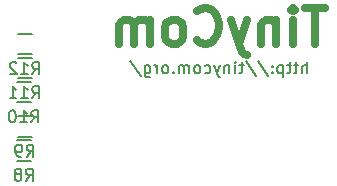
<source format=gbr>
G04 #@! TF.FileFunction,Legend,Bot*
%FSLAX46Y46*%
G04 Gerber Fmt 4.6, Leading zero omitted, Abs format (unit mm)*
G04 Created by KiCad (PCBNEW 4.0.0-rc1-stable) date Sun 01 Nov 2015 11:45:38 AM ICT*
%MOMM*%
G01*
G04 APERTURE LIST*
%ADD10C,0.100000*%
%ADD11C,0.150000*%
%ADD12C,0.700000*%
G04 APERTURE END LIST*
D10*
D11*
X154343762Y-105100381D02*
X154343762Y-104100381D01*
X153915190Y-105100381D02*
X153915190Y-104576571D01*
X153962809Y-104481333D01*
X154058047Y-104433714D01*
X154200905Y-104433714D01*
X154296143Y-104481333D01*
X154343762Y-104528952D01*
X153581857Y-104433714D02*
X153200905Y-104433714D01*
X153439000Y-104100381D02*
X153439000Y-104957524D01*
X153391381Y-105052762D01*
X153296143Y-105100381D01*
X153200905Y-105100381D01*
X153010428Y-104433714D02*
X152629476Y-104433714D01*
X152867571Y-104100381D02*
X152867571Y-104957524D01*
X152819952Y-105052762D01*
X152724714Y-105100381D01*
X152629476Y-105100381D01*
X152296142Y-104433714D02*
X152296142Y-105433714D01*
X152296142Y-104481333D02*
X152200904Y-104433714D01*
X152010427Y-104433714D01*
X151915189Y-104481333D01*
X151867570Y-104528952D01*
X151819951Y-104624190D01*
X151819951Y-104909905D01*
X151867570Y-105005143D01*
X151915189Y-105052762D01*
X152010427Y-105100381D01*
X152200904Y-105100381D01*
X152296142Y-105052762D01*
X151391380Y-105005143D02*
X151343761Y-105052762D01*
X151391380Y-105100381D01*
X151438999Y-105052762D01*
X151391380Y-105005143D01*
X151391380Y-105100381D01*
X151391380Y-104481333D02*
X151343761Y-104528952D01*
X151391380Y-104576571D01*
X151438999Y-104528952D01*
X151391380Y-104481333D01*
X151391380Y-104576571D01*
X150200904Y-104052762D02*
X151058047Y-105338476D01*
X149153285Y-104052762D02*
X150010428Y-105338476D01*
X148962809Y-104433714D02*
X148581857Y-104433714D01*
X148819952Y-104100381D02*
X148819952Y-104957524D01*
X148772333Y-105052762D01*
X148677095Y-105100381D01*
X148581857Y-105100381D01*
X148248523Y-105100381D02*
X148248523Y-104433714D01*
X148248523Y-104100381D02*
X148296142Y-104148000D01*
X148248523Y-104195619D01*
X148200904Y-104148000D01*
X148248523Y-104100381D01*
X148248523Y-104195619D01*
X147772333Y-104433714D02*
X147772333Y-105100381D01*
X147772333Y-104528952D02*
X147724714Y-104481333D01*
X147629476Y-104433714D01*
X147486618Y-104433714D01*
X147391380Y-104481333D01*
X147343761Y-104576571D01*
X147343761Y-105100381D01*
X146962809Y-104433714D02*
X146724714Y-105100381D01*
X146486618Y-104433714D02*
X146724714Y-105100381D01*
X146819952Y-105338476D01*
X146867571Y-105386095D01*
X146962809Y-105433714D01*
X145677094Y-105052762D02*
X145772332Y-105100381D01*
X145962809Y-105100381D01*
X146058047Y-105052762D01*
X146105666Y-105005143D01*
X146153285Y-104909905D01*
X146153285Y-104624190D01*
X146105666Y-104528952D01*
X146058047Y-104481333D01*
X145962809Y-104433714D01*
X145772332Y-104433714D01*
X145677094Y-104481333D01*
X145105666Y-105100381D02*
X145200904Y-105052762D01*
X145248523Y-105005143D01*
X145296142Y-104909905D01*
X145296142Y-104624190D01*
X145248523Y-104528952D01*
X145200904Y-104481333D01*
X145105666Y-104433714D01*
X144962808Y-104433714D01*
X144867570Y-104481333D01*
X144819951Y-104528952D01*
X144772332Y-104624190D01*
X144772332Y-104909905D01*
X144819951Y-105005143D01*
X144867570Y-105052762D01*
X144962808Y-105100381D01*
X145105666Y-105100381D01*
X144343761Y-105100381D02*
X144343761Y-104433714D01*
X144343761Y-104528952D02*
X144296142Y-104481333D01*
X144200904Y-104433714D01*
X144058046Y-104433714D01*
X143962808Y-104481333D01*
X143915189Y-104576571D01*
X143915189Y-105100381D01*
X143915189Y-104576571D02*
X143867570Y-104481333D01*
X143772332Y-104433714D01*
X143629475Y-104433714D01*
X143534237Y-104481333D01*
X143486618Y-104576571D01*
X143486618Y-105100381D01*
X143010428Y-105005143D02*
X142962809Y-105052762D01*
X143010428Y-105100381D01*
X143058047Y-105052762D01*
X143010428Y-105005143D01*
X143010428Y-105100381D01*
X142391381Y-105100381D02*
X142486619Y-105052762D01*
X142534238Y-105005143D01*
X142581857Y-104909905D01*
X142581857Y-104624190D01*
X142534238Y-104528952D01*
X142486619Y-104481333D01*
X142391381Y-104433714D01*
X142248523Y-104433714D01*
X142153285Y-104481333D01*
X142105666Y-104528952D01*
X142058047Y-104624190D01*
X142058047Y-104909905D01*
X142105666Y-105005143D01*
X142153285Y-105052762D01*
X142248523Y-105100381D01*
X142391381Y-105100381D01*
X141629476Y-105100381D02*
X141629476Y-104433714D01*
X141629476Y-104624190D02*
X141581857Y-104528952D01*
X141534238Y-104481333D01*
X141439000Y-104433714D01*
X141343761Y-104433714D01*
X140581856Y-104433714D02*
X140581856Y-105243238D01*
X140629475Y-105338476D01*
X140677094Y-105386095D01*
X140772333Y-105433714D01*
X140915190Y-105433714D01*
X141010428Y-105386095D01*
X140581856Y-105052762D02*
X140677094Y-105100381D01*
X140867571Y-105100381D01*
X140962809Y-105052762D01*
X141010428Y-105005143D01*
X141058047Y-104909905D01*
X141058047Y-104624190D01*
X141010428Y-104528952D01*
X140962809Y-104481333D01*
X140867571Y-104433714D01*
X140677094Y-104433714D01*
X140581856Y-104481333D01*
X139391380Y-104052762D02*
X140248523Y-105338476D01*
D12*
X155867571Y-99576143D02*
X154153285Y-99576143D01*
X155010428Y-102576143D02*
X155010428Y-99576143D01*
X153153285Y-102576143D02*
X153153285Y-100576143D01*
X153153285Y-99576143D02*
X153296142Y-99719000D01*
X153153285Y-99861857D01*
X153010428Y-99719000D01*
X153153285Y-99576143D01*
X153153285Y-99861857D01*
X151724714Y-100576143D02*
X151724714Y-102576143D01*
X151724714Y-100861857D02*
X151581857Y-100719000D01*
X151296143Y-100576143D01*
X150867571Y-100576143D01*
X150581857Y-100719000D01*
X150439000Y-101004714D01*
X150439000Y-102576143D01*
X149296143Y-100576143D02*
X148581857Y-102576143D01*
X147867571Y-100576143D02*
X148581857Y-102576143D01*
X148867571Y-103290429D01*
X149010428Y-103433286D01*
X149296143Y-103576143D01*
X145010429Y-102290429D02*
X145153286Y-102433286D01*
X145581857Y-102576143D01*
X145867571Y-102576143D01*
X146296143Y-102433286D01*
X146581857Y-102147571D01*
X146724714Y-101861857D01*
X146867571Y-101290429D01*
X146867571Y-100861857D01*
X146724714Y-100290429D01*
X146581857Y-100004714D01*
X146296143Y-99719000D01*
X145867571Y-99576143D01*
X145581857Y-99576143D01*
X145153286Y-99719000D01*
X145010429Y-99861857D01*
X143296143Y-102576143D02*
X143581857Y-102433286D01*
X143724714Y-102290429D01*
X143867571Y-102004714D01*
X143867571Y-101147571D01*
X143724714Y-100861857D01*
X143581857Y-100719000D01*
X143296143Y-100576143D01*
X142867571Y-100576143D01*
X142581857Y-100719000D01*
X142439000Y-100861857D01*
X142296143Y-101147571D01*
X142296143Y-102004714D01*
X142439000Y-102290429D01*
X142581857Y-102433286D01*
X142867571Y-102576143D01*
X143296143Y-102576143D01*
X141010428Y-102576143D02*
X141010428Y-100576143D01*
X141010428Y-100861857D02*
X140867571Y-100719000D01*
X140581857Y-100576143D01*
X140153285Y-100576143D01*
X139867571Y-100719000D01*
X139724714Y-101004714D01*
X139724714Y-102576143D01*
X139724714Y-101004714D02*
X139581857Y-100719000D01*
X139296143Y-100576143D01*
X138867571Y-100576143D01*
X138581857Y-100719000D01*
X138439000Y-101004714D01*
X138439000Y-102576143D01*
D11*
X130968000Y-110758000D02*
X129768000Y-110758000D01*
X129768000Y-112508000D02*
X130968000Y-112508000D01*
X131029000Y-108726000D02*
X129829000Y-108726000D01*
X129829000Y-110476000D02*
X131029000Y-110476000D01*
X130963000Y-105805000D02*
X129763000Y-105805000D01*
X129763000Y-107555000D02*
X130963000Y-107555000D01*
X131029000Y-103773000D02*
X129829000Y-103773000D01*
X129829000Y-105523000D02*
X131029000Y-105523000D01*
X131029000Y-101741000D02*
X129829000Y-101741000D01*
X129829000Y-103491000D02*
X131029000Y-103491000D01*
X130534666Y-114185381D02*
X130868000Y-113709190D01*
X131106095Y-114185381D02*
X131106095Y-113185381D01*
X130725142Y-113185381D01*
X130629904Y-113233000D01*
X130582285Y-113280619D01*
X130534666Y-113375857D01*
X130534666Y-113518714D01*
X130582285Y-113613952D01*
X130629904Y-113661571D01*
X130725142Y-113709190D01*
X131106095Y-113709190D01*
X129963238Y-113613952D02*
X130058476Y-113566333D01*
X130106095Y-113518714D01*
X130153714Y-113423476D01*
X130153714Y-113375857D01*
X130106095Y-113280619D01*
X130058476Y-113233000D01*
X129963238Y-113185381D01*
X129772761Y-113185381D01*
X129677523Y-113233000D01*
X129629904Y-113280619D01*
X129582285Y-113375857D01*
X129582285Y-113423476D01*
X129629904Y-113518714D01*
X129677523Y-113566333D01*
X129772761Y-113613952D01*
X129963238Y-113613952D01*
X130058476Y-113661571D01*
X130106095Y-113709190D01*
X130153714Y-113804429D01*
X130153714Y-113994905D01*
X130106095Y-114090143D01*
X130058476Y-114137762D01*
X129963238Y-114185381D01*
X129772761Y-114185381D01*
X129677523Y-114137762D01*
X129629904Y-114090143D01*
X129582285Y-113994905D01*
X129582285Y-113804429D01*
X129629904Y-113709190D01*
X129677523Y-113661571D01*
X129772761Y-113613952D01*
X130595666Y-112153381D02*
X130929000Y-111677190D01*
X131167095Y-112153381D02*
X131167095Y-111153381D01*
X130786142Y-111153381D01*
X130690904Y-111201000D01*
X130643285Y-111248619D01*
X130595666Y-111343857D01*
X130595666Y-111486714D01*
X130643285Y-111581952D01*
X130690904Y-111629571D01*
X130786142Y-111677190D01*
X131167095Y-111677190D01*
X130119476Y-112153381D02*
X129929000Y-112153381D01*
X129833761Y-112105762D01*
X129786142Y-112058143D01*
X129690904Y-111915286D01*
X129643285Y-111724810D01*
X129643285Y-111343857D01*
X129690904Y-111248619D01*
X129738523Y-111201000D01*
X129833761Y-111153381D01*
X130024238Y-111153381D01*
X130119476Y-111201000D01*
X130167095Y-111248619D01*
X130214714Y-111343857D01*
X130214714Y-111581952D01*
X130167095Y-111677190D01*
X130119476Y-111724810D01*
X130024238Y-111772429D01*
X129833761Y-111772429D01*
X129738523Y-111724810D01*
X129690904Y-111677190D01*
X129643285Y-111581952D01*
X131005857Y-109232381D02*
X131339191Y-108756190D01*
X131577286Y-109232381D02*
X131577286Y-108232381D01*
X131196333Y-108232381D01*
X131101095Y-108280000D01*
X131053476Y-108327619D01*
X131005857Y-108422857D01*
X131005857Y-108565714D01*
X131053476Y-108660952D01*
X131101095Y-108708571D01*
X131196333Y-108756190D01*
X131577286Y-108756190D01*
X130053476Y-109232381D02*
X130624905Y-109232381D01*
X130339191Y-109232381D02*
X130339191Y-108232381D01*
X130434429Y-108375238D01*
X130529667Y-108470476D01*
X130624905Y-108518095D01*
X129434429Y-108232381D02*
X129339190Y-108232381D01*
X129243952Y-108280000D01*
X129196333Y-108327619D01*
X129148714Y-108422857D01*
X129101095Y-108613333D01*
X129101095Y-108851429D01*
X129148714Y-109041905D01*
X129196333Y-109137143D01*
X129243952Y-109184762D01*
X129339190Y-109232381D01*
X129434429Y-109232381D01*
X129529667Y-109184762D01*
X129577286Y-109137143D01*
X129624905Y-109041905D01*
X129672524Y-108851429D01*
X129672524Y-108613333D01*
X129624905Y-108422857D01*
X129577286Y-108327619D01*
X129529667Y-108280000D01*
X129434429Y-108232381D01*
X131071857Y-107200381D02*
X131405191Y-106724190D01*
X131643286Y-107200381D02*
X131643286Y-106200381D01*
X131262333Y-106200381D01*
X131167095Y-106248000D01*
X131119476Y-106295619D01*
X131071857Y-106390857D01*
X131071857Y-106533714D01*
X131119476Y-106628952D01*
X131167095Y-106676571D01*
X131262333Y-106724190D01*
X131643286Y-106724190D01*
X130119476Y-107200381D02*
X130690905Y-107200381D01*
X130405191Y-107200381D02*
X130405191Y-106200381D01*
X130500429Y-106343238D01*
X130595667Y-106438476D01*
X130690905Y-106486095D01*
X129167095Y-107200381D02*
X129738524Y-107200381D01*
X129452810Y-107200381D02*
X129452810Y-106200381D01*
X129548048Y-106343238D01*
X129643286Y-106438476D01*
X129738524Y-106486095D01*
X131071857Y-105168381D02*
X131405191Y-104692190D01*
X131643286Y-105168381D02*
X131643286Y-104168381D01*
X131262333Y-104168381D01*
X131167095Y-104216000D01*
X131119476Y-104263619D01*
X131071857Y-104358857D01*
X131071857Y-104501714D01*
X131119476Y-104596952D01*
X131167095Y-104644571D01*
X131262333Y-104692190D01*
X131643286Y-104692190D01*
X130119476Y-105168381D02*
X130690905Y-105168381D01*
X130405191Y-105168381D02*
X130405191Y-104168381D01*
X130500429Y-104311238D01*
X130595667Y-104406476D01*
X130690905Y-104454095D01*
X129738524Y-104263619D02*
X129690905Y-104216000D01*
X129595667Y-104168381D01*
X129357571Y-104168381D01*
X129262333Y-104216000D01*
X129214714Y-104263619D01*
X129167095Y-104358857D01*
X129167095Y-104454095D01*
X129214714Y-104596952D01*
X129786143Y-105168381D01*
X129167095Y-105168381D01*
M02*

</source>
